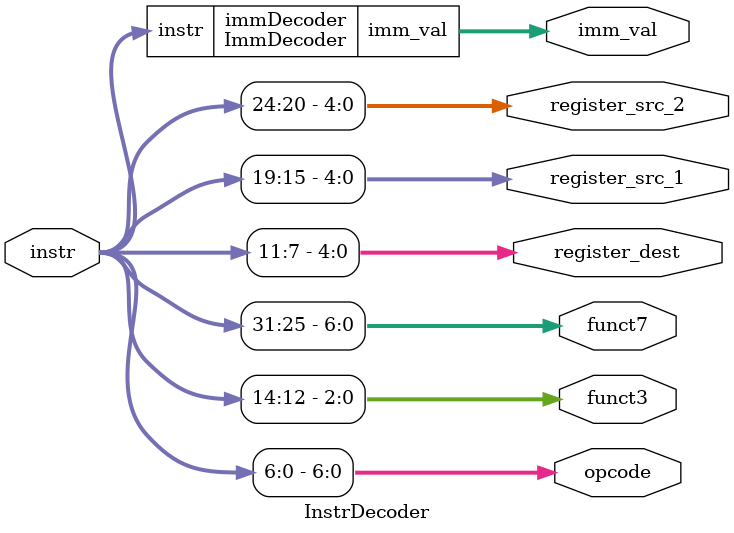
<source format=v>
`timescale 1ns / 1ps

module ImmDecoder(
    input[31:0] instr,
    output[20:0] imm_val
    );

    // I type
    assign imm_val = instr[31:20];

endmodule


module InstrDecoder(
    input[31:0] instr,
    output wire[6:0] opcode,
    output wire[2:0] funct3,
    output wire[6:0] funct7,
    output wire[4:0] register_dest,
    output wire[4:0] register_src_1,
    output wire[4:0] register_src_2,
    output wire[20:0] imm_val
    );
    
    assign opcode = instr[6:0];
    assign register_dest = instr[11:7];
    assign funct3 = instr[14:12];
    assign funct7 = instr[31:25];
    assign register_src_2 = instr[24:20];
    assign register_src_1 = instr[19:15];

    ImmDecoder immDecoder(
        .instr(instr),
        .imm_val(imm_val)
    );

endmodule

</source>
